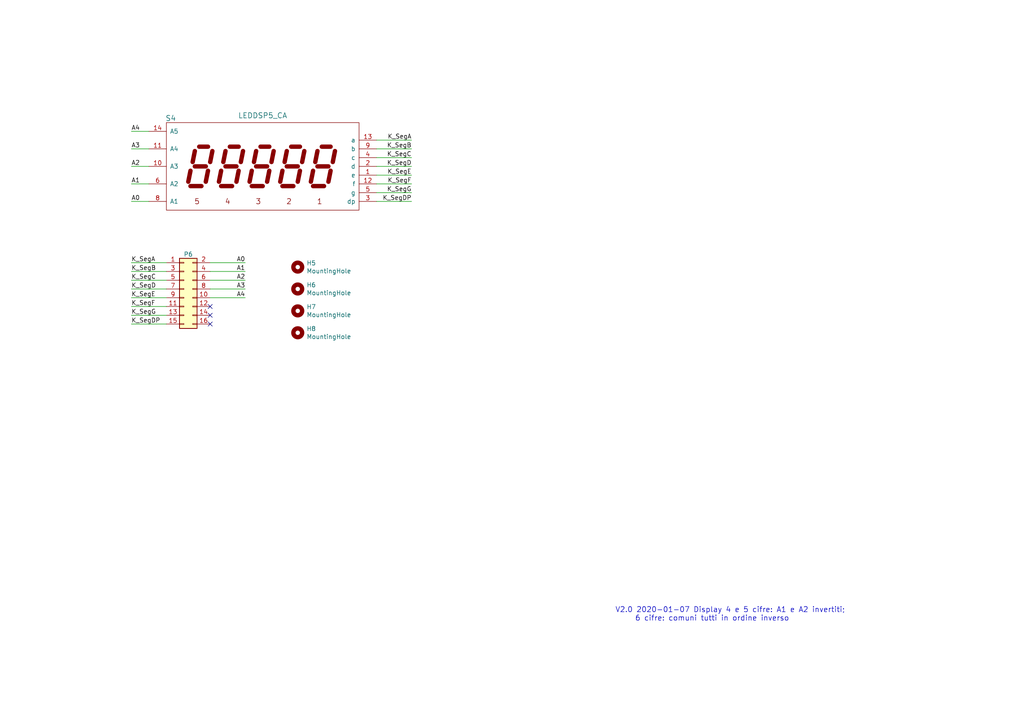
<source format=kicad_sch>
(kicad_sch (version 20211123) (generator eeschema)
  (paper "A4")
  (lib_symbols
    (symbol "Connector_Generic:Conn_02x08_Odd_Even" (pin_names (offset 1.016) hide)
      (property "Reference" "J" (at 1.27 10.16 0))
      (property "Value" "Conn_02x08_Odd_Even" (at 1.27 -12.7 0))
      (symbol "Conn_02x08_Odd_Even_1_1"
        (rectangle (start -1.27 -10.033) (end 0 -10.287) (stroke (width 0.1524)))
        (rectangle (start -1.27 -7.493) (end 0 -7.747) (stroke (width 0.1524)))
        (rectangle (start -1.27 -4.953) (end 0 -5.207) (stroke (width 0.1524)))
        (rectangle (start -1.27 -2.413) (end 0 -2.667) (stroke (width 0.1524)))
        (rectangle (start -1.27 0.127) (end 0 -0.127) (stroke (width 0.1524)))
        (rectangle (start -1.27 2.667) (end 0 2.413) (stroke (width 0.1524)))
        (rectangle (start -1.27 5.207) (end 0 4.953) (stroke (width 0.1524)))
        (rectangle (start -1.27 7.747) (end 0 7.493) (stroke (width 0.1524)))
        (rectangle (start -1.27 8.89) (end 3.81 -11.43) (stroke (width 0.254)) (fill (type background)))
        (rectangle (start 3.81 -10.033) (end 2.54 -10.287) (stroke (width 0.1524)))
        (rectangle (start 3.81 -7.493) (end 2.54 -7.747) (stroke (width 0.1524)))
        (rectangle (start 3.81 -4.953) (end 2.54 -5.207) (stroke (width 0.1524)))
        (rectangle (start 3.81 -2.413) (end 2.54 -2.667) (stroke (width 0.1524)))
        (rectangle (start 3.81 0.127) (end 2.54 -0.127) (stroke (width 0.1524)))
        (rectangle (start 3.81 2.667) (end 2.54 2.413) (stroke (width 0.1524)))
        (rectangle (start 3.81 5.207) (end 2.54 4.953) (stroke (width 0.1524)))
        (rectangle (start 3.81 7.747) (end 2.54 7.493) (stroke (width 0.1524)))
        (pin passive line (at -5.08 7.62 0) (length 3.81) (name "Pin_1") (number "1"))
        (pin passive line (at 7.62 -2.54 180) (length 3.81) (name "Pin_10") (number "10"))
        (pin passive line (at -5.08 -5.08 0) (length 3.81) (name "Pin_11") (number "11"))
        (pin passive line (at 7.62 -5.08 180) (length 3.81) (name "Pin_12") (number "12"))
        (pin passive line (at -5.08 -7.62 0) (length 3.81) (name "Pin_13") (number "13"))
        (pin passive line (at 7.62 -7.62 180) (length 3.81) (name "Pin_14") (number "14"))
        (pin passive line (at -5.08 -10.16 0) (length 3.81) (name "Pin_15") (number "15"))
        (pin passive line (at 7.62 -10.16 180) (length 3.81) (name "Pin_16") (number "16"))
        (pin passive line (at 7.62 7.62 180) (length 3.81) (name "Pin_2") (number "2"))
        (pin passive line (at -5.08 5.08 0) (length 3.81) (name "Pin_3") (number "3"))
        (pin passive line (at 7.62 5.08 180) (length 3.81) (name "Pin_4") (number "4"))
        (pin passive line (at -5.08 2.54 0) (length 3.81) (name "Pin_5") (number "5"))
        (pin passive line (at 7.62 2.54 180) (length 3.81) (name "Pin_6") (number "6"))
        (pin passive line (at -5.08 0 0) (length 3.81) (name "Pin_7") (number "7"))
        (pin passive line (at 7.62 0 180) (length 3.81) (name "Pin_8") (number "8"))
        (pin passive line (at -5.08 -2.54 0) (length 3.81) (name "Pin_9") (number "9"))
      )
    )
    (symbol "GCC_display:LEDDSP5_CA" (pin_names (offset 1.016))
      (property "Reference" "S" (at -25.4 13.97 0))
      (property "Value" "LEDDSP5_CA" (at 2.54 -15.24 0))
      (symbol "LEDDSP5_CA_0_0"
        (text "1" (at 16.51 -10.16 0) (effects (font (size 1.524 1.524))))
        (text "2" (at 7.62 -10.16 0) (effects (font (size 1.524 1.524))))
        (text "3" (at -1.27 -10.16 0) (effects (font (size 1.524 1.524))))
        (text "4" (at -10.16 -10.16 0) (effects (font (size 1.524 1.524))))
        (text "5" (at -19.05 -10.16 0) (effects (font (size 1.524 1.524))))
      )
      (symbol "LEDDSP5_CA_0_1"
        (rectangle (start -27.94 12.7) (end 27.94 -12.7))
        (polyline (pts (xy -20.955 -5.715) (xy -17.78 -5.715)) (stroke (width 1.27)))
        (polyline (pts (xy -20.955 -1.27) (xy -21.59 -4.445)) (stroke (width 1.27)))
        (polyline (pts (xy -20.32 1.27) (xy -19.685 4.445)) (stroke (width 1.27)))
        (polyline (pts (xy -19.685 0) (xy -16.51 0)) (stroke (width 1.27)))
        (polyline (pts (xy -18.415 5.715) (xy -15.875 5.715)) (stroke (width 1.27)))
        (polyline (pts (xy -15.875 -1.27) (xy -16.51 -4.445)) (stroke (width 1.27)))
        (polyline (pts (xy -15.24 -5.715) (xy -15.24 -5.715)) (stroke (width 1.27)))
        (polyline (pts (xy -15.24 1.27) (xy -14.605 4.445)) (stroke (width 1.27)))
        (polyline (pts (xy -12.065 -5.715) (xy -8.89 -5.715)) (stroke (width 1.27)))
        (polyline (pts (xy -12.065 -1.27) (xy -12.7 -4.445)) (stroke (width 1.27)))
        (polyline (pts (xy -11.43 1.27) (xy -10.795 4.445)) (stroke (width 1.27)))
        (polyline (pts (xy -10.795 0) (xy -7.62 0)) (stroke (width 1.27)))
        (polyline (pts (xy -9.525 5.715) (xy -6.985 5.715)) (stroke (width 1.27)))
        (polyline (pts (xy -6.985 -1.27) (xy -7.62 -4.445)) (stroke (width 1.27)))
        (polyline (pts (xy -6.35 -5.715) (xy -6.35 -5.715)) (stroke (width 1.27)))
        (polyline (pts (xy -6.35 1.27) (xy -5.715 4.445)) (stroke (width 1.27)))
        (polyline (pts (xy -3.175 -5.715) (xy 0 -5.715)) (stroke (width 1.27)))
        (polyline (pts (xy -3.175 -1.27) (xy -3.81 -4.445)) (stroke (width 1.27)))
        (polyline (pts (xy -2.54 1.27) (xy -1.905 4.445)) (stroke (width 1.27)))
        (polyline (pts (xy -1.905 0) (xy 1.27 0)) (stroke (width 1.27)))
        (polyline (pts (xy -0.635 5.715) (xy 1.905 5.715)) (stroke (width 1.27)))
        (polyline (pts (xy 1.905 -1.27) (xy 1.27 -4.445)) (stroke (width 1.27)))
        (polyline (pts (xy 2.54 -5.715) (xy 2.54 -5.715)) (stroke (width 1.27)))
        (polyline (pts (xy 2.54 1.27) (xy 3.175 4.445)) (stroke (width 1.27)))
        (polyline (pts (xy 5.715 -5.715) (xy 8.89 -5.715)) (stroke (width 1.27)))
        (polyline (pts (xy 5.715 -1.27) (xy 5.08 -4.445)) (stroke (width 1.27)))
        (polyline (pts (xy 6.35 1.27) (xy 6.985 4.445)) (stroke (width 1.27)))
        (polyline (pts (xy 6.985 0) (xy 10.16 0)) (stroke (width 1.27)))
        (polyline (pts (xy 8.255 5.715) (xy 10.795 5.715)) (stroke (width 1.27)))
        (polyline (pts (xy 10.795 -1.27) (xy 10.16 -4.445)) (stroke (width 1.27)))
        (polyline (pts (xy 11.43 -5.715) (xy 11.43 -5.715)) (stroke (width 1.27)))
        (polyline (pts (xy 11.43 1.27) (xy 12.065 4.445)) (stroke (width 1.27)))
        (polyline (pts (xy 14.605 -5.715) (xy 17.78 -5.715)) (stroke (width 1.27)))
        (polyline (pts (xy 14.605 -1.27) (xy 13.97 -4.445)) (stroke (width 1.27)))
        (polyline (pts (xy 15.24 1.27) (xy 15.875 4.445)) (stroke (width 1.27)))
        (polyline (pts (xy 15.875 0) (xy 19.05 0)) (stroke (width 1.27)))
        (polyline (pts (xy 17.145 5.715) (xy 19.685 5.715)) (stroke (width 1.27)))
        (polyline (pts (xy 19.685 -1.27) (xy 19.05 -4.445)) (stroke (width 1.27)))
        (polyline (pts (xy 20.32 -5.715) (xy 20.32 -5.715)) (stroke (width 1.27)))
        (polyline (pts (xy 20.32 1.27) (xy 20.955 4.445)) (stroke (width 1.27)))
      )
      (symbol "LEDDSP5_CA_1_1"
        (pin passive line (at 33.02 -2.54 180) (length 5.08) (name "e") (number "1"))
        (pin passive line (at -33.02 0 0) (length 5.08) (name "A3") (number "10"))
        (pin passive line (at -33.02 5.08 0) (length 5.08) (name "A4") (number "11"))
        (pin passive line (at 33.02 -5.08 180) (length 5.08) (name "f") (number "12"))
        (pin passive line (at 33.02 7.62 180) (length 5.08) (name "a") (number "13"))
        (pin passive line (at -33.02 10.16 0) (length 5.08) (name "A5") (number "14"))
        (pin passive line (at 33.02 0 180) (length 5.08) (name "d") (number "2"))
        (pin passive line (at 33.02 -10.16 180) (length 5.08) (name "dp") (number "3"))
        (pin passive line (at 33.02 2.54 180) (length 5.08) (name "c") (number "4"))
        (pin passive line (at 33.02 -7.62 180) (length 5.08) (name "g") (number "5"))
        (pin passive line (at -33.02 -5.08 0) (length 5.08) (name "A2") (number "6"))
        (pin passive line (at -33.02 -10.16 0) (length 5.08) (name "A1") (number "8"))
        (pin passive line (at 33.02 5.08 180) (length 5.08) (name "b") (number "9"))
      )
    )
    (symbol "Mechanical:MountingHole" (pin_names (offset 1.016))
      (property "Reference" "H" (at 0 5.08 0))
      (property "Value" "MountingHole" (at 0 3.175 0))
      (symbol "MountingHole_0_1"
        (circle (center 0 0) (radius 1.27) (stroke (width 1.27)))
      )
    )
  )
  (no_connect (at 60.96 91.44))
  (no_connect (at 60.96 88.9))
  (no_connect (at 60.96 93.98))
  (wire (pts (xy 43.18 43.18) (xy 38.1 43.18)))
  (wire (pts (xy 38.1 78.74) (xy 48.26 78.74)))
  (wire (pts (xy 60.96 81.28) (xy 71.12 81.28)))
  (wire (pts (xy 38.1 76.2) (xy 48.26 76.2)))
  (wire (pts (xy 43.18 58.42) (xy 38.1 58.42)))
  (wire (pts (xy 119.38 48.26) (xy 109.22 48.26)))
  (wire (pts (xy 43.18 38.1) (xy 38.1 38.1)))
  (wire (pts (xy 38.1 83.82) (xy 48.26 83.82)))
  (wire (pts (xy 119.38 55.88) (xy 109.22 55.88)))
  (wire (pts (xy 38.1 93.98) (xy 48.26 93.98)))
  (wire (pts (xy 119.38 45.72) (xy 109.22 45.72)))
  (wire (pts (xy 60.96 76.2) (xy 71.12 76.2)))
  (wire (pts (xy 119.38 50.8) (xy 109.22 50.8)))
  (wire (pts (xy 119.38 40.64) (xy 109.22 40.64)))
  (wire (pts (xy 60.96 86.36) (xy 71.12 86.36)))
  (wire (pts (xy 38.1 81.28) (xy 48.26 81.28)))
  (wire (pts (xy 38.1 91.44) (xy 48.26 91.44)))
  (wire (pts (xy 60.96 78.74) (xy 71.12 78.74)))
  (wire (pts (xy 43.18 48.26) (xy 38.1 48.26)))
  (wire (pts (xy 119.38 43.18) (xy 109.22 43.18)))
  (wire (pts (xy 119.38 53.34) (xy 109.22 53.34)))
  (wire (pts (xy 38.1 88.9) (xy 48.26 88.9)))
  (wire (pts (xy 43.18 53.34) (xy 38.1 53.34)))
  (wire (pts (xy 38.1 86.36) (xy 48.26 86.36)))
  (wire (pts (xy 119.38 58.42) (xy 109.22 58.42)))
  (wire (pts (xy 60.96 83.82) (xy 71.12 83.82)))
  (text "V2.0 2020-01-07 Display 4 e 5 cifre: A1 e A2 invertiti;\n	6 cifre: comuni tutti in ordine inverso" (at 178.435 180.34 0) (effects (font (size 1.524 1.524)) (justify left bottom)))
  (label "K_SegDP" (at 38.1 93.98 0))
  (label "K_SegG" (at 119.38 55.88 180))
  (label "K_SegF" (at 38.1 88.9 0))
  (label "A3" (at 71.12 83.82 180))
  (label "A1" (at 71.12 78.74 180))
  (label "K_SegDP" (at 119.38 58.42 180))
  (label "A4" (at 71.12 86.36 180))
  (label "K_SegB" (at 119.38 43.18 180))
  (label "K_SegC" (at 38.1 81.28 0))
  (label "A0" (at 71.12 76.2 180))
  (label "K_SegA" (at 38.1 76.2 0))
  (label "A1" (at 38.1 53.34 0))
  (label "K_SegF" (at 119.38 53.34 180))
  (label "K_SegE" (at 38.1 86.36 0))
  (label "A4" (at 38.1 38.1 0))
  (label "K_SegA" (at 119.38 40.64 180))
  (label "K_SegE" (at 119.38 50.8 180))
  (label "A2" (at 38.1 48.26 0))
  (label "A0" (at 38.1 58.42 0))
  (label "K_SegB" (at 38.1 78.74 0))
  (label "A2" (at 71.12 81.28 180))
  (label "K_SegD" (at 119.38 48.26 180))
  (label "A3" (at 38.1 43.18 0))
  (label "K_SegG" (at 38.1 91.44 0))
  (label "K_SegD" (at 38.1 83.82 0))
  (label "K_SegC" (at 119.38 45.72 180))
  (symbol (lib_id "Mechanical:MountingHole") (at 86.36 90.17 0) (unit 1)
    (property "Reference" "H7" (at 88.9 89.0016 0) (effects (justify left)))
    (property "Value" "MountingHole" (at 88.9 91.313 0) (effects (justify left)))
    (property "Footprint" "GCC_holes:Hole3mm" (effects hide))
  )
  (symbol (lib_id "Mechanical:MountingHole") (at 86.36 96.52 0) (unit 1)
    (property "Reference" "H8" (at 88.9 95.3516 0) (effects (justify left)))
    (property "Value" "MountingHole" (at 88.9 97.663 0) (effects (justify left)))
    (property "Footprint" "GCC_holes:Hole3mm" (effects hide))
  )
  (symbol (lib_id "Mechanical:MountingHole") (at 86.36 77.47 0) (unit 1)
    (property "Reference" "H5" (at 88.9 76.3016 0) (effects (justify left)))
    (property "Value" "MountingHole" (at 88.9 78.613 0) (effects (justify left)))
    (property "Footprint" "GCC_holes:Hole3mm" (effects hide))
  )
  (symbol (lib_id "Mechanical:MountingHole") (at 86.36 83.82 0) (unit 1)
    (property "Reference" "H6" (at 88.9 82.6516 0) (effects (justify left)))
    (property "Value" "MountingHole" (at 88.9 84.963 0) (effects (justify left)))
    (property "Footprint" "GCC_holes:Hole3mm" (effects hide))
  )
  (symbol (lib_id "GCC_display:LEDDSP5_CA") (at 76.2 48.26 0) (unit 1)
    (property "Reference" "S4" (at 49.53 34.29 0) (effects (font (size 1.524 1.524))))
    (property "Value" "LEDDSP5_CA" (at 76.2 33.5026 0) (effects (font (size 1.524 1.524))))
    (property "Footprint" "GCC_Display:Disp7s5x_036" (effects hide))
  )
  (symbol (lib_id "Connector_Generic:Conn_02x08_Odd_Even") (at 53.34 83.82 0) (unit 1)
    (property "Reference" "P6" (at 54.61 73.7672 0))
    (property "Value" "Conn_02x08_Odd_Even" (effects hide))
    (property "Footprint" "Connector_IDC:IDC-Header_2x08_P2.54mm_Vertical" (effects hide))
  )
)
</source>
